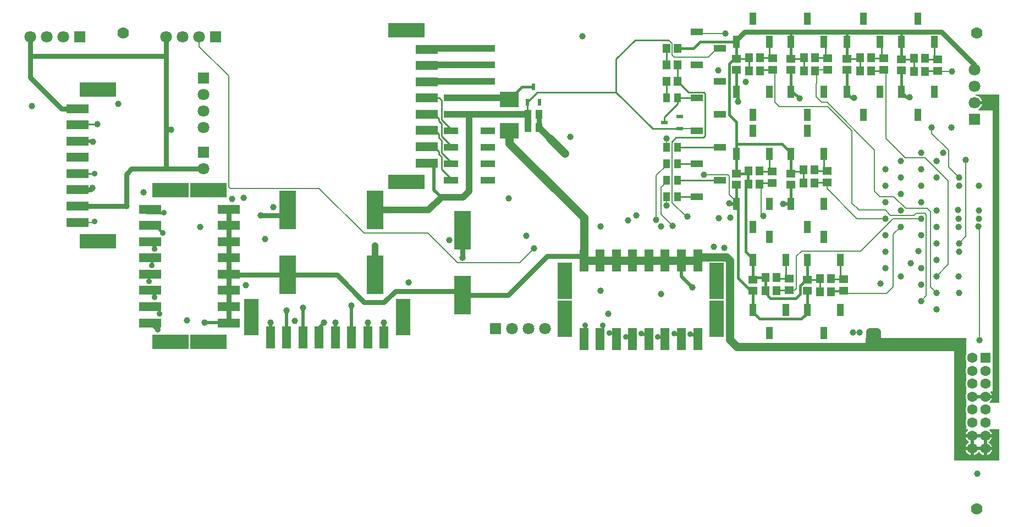
<source format=gtl>
G04*
G04 #@! TF.GenerationSoftware,Altium Limited,Altium Designer,18.0.12 (696)*
G04*
G04 Layer_Physical_Order=1*
G04 Layer_Color=255*
%FSLAX25Y25*%
%MOIN*%
G70*
G01*
G75*
%ADD12C,0.01000*%
%ADD14C,0.01500*%
%ADD16R,0.03937X0.02362*%
%ADD17R,0.02362X0.03937*%
%ADD18R,0.04000X0.07500*%
%ADD19R,0.07500X0.04000*%
%ADD20R,0.08750X0.04000*%
%ADD21R,0.04528X0.05512*%
%ADD22R,0.05512X0.04528*%
%ADD23R,0.04449X0.05591*%
%ADD24R,0.13386X0.05512*%
%ADD25R,0.22047X0.09055*%
%ADD26R,0.05512X0.13386*%
%ADD27R,0.09055X0.22047*%
%ADD28R,0.11811X0.09449*%
%ADD29R,0.05512X0.04724*%
%ADD30R,0.04724X0.05512*%
%ADD31R,0.10039X0.23425*%
%ADD56C,0.03937*%
%ADD57C,0.00500*%
%ADD58C,0.03000*%
%ADD59C,0.05000*%
%ADD60C,0.02000*%
%ADD61C,0.04000*%
%ADD62C,0.07087*%
%ADD63R,0.07087X0.07087*%
%ADD64R,0.07087X0.07087*%
%ADD65C,0.06299*%
%ADD66R,0.06299X0.06299*%
%ADD67C,0.07000*%
%ADD68C,0.03500*%
G36*
X712477Y135000D02*
Y128000D01*
X706552D01*
X706382Y128500D01*
X706827Y128841D01*
X707492Y129708D01*
X707910Y130718D01*
X707921Y130801D01*
X703867D01*
Y132801D01*
X707921D01*
X707910Y132884D01*
X707492Y133894D01*
X707027Y134500D01*
X707273Y135000D01*
X708200D01*
X708200Y305500D01*
X699815Y305500D01*
X699715Y306000D01*
X699791Y306031D01*
X700740Y306760D01*
X701469Y307709D01*
X701926Y308814D01*
X701951Y309000D01*
X697500D01*
Y311000D01*
X701951D01*
X701926Y311186D01*
X701469Y312291D01*
X700740Y313240D01*
X699791Y313969D01*
X698686Y314426D01*
X698127Y314500D01*
X698160Y315000D01*
X712477Y315000D01*
Y135000D01*
D02*
G37*
G36*
X692500Y167500D02*
Y157310D01*
X692145Y156454D01*
X692009Y155423D01*
X692145Y154392D01*
X692500Y153535D01*
Y149436D01*
X692145Y148580D01*
X692009Y147549D01*
X692145Y146518D01*
X692500Y145661D01*
Y141562D01*
X692145Y140706D01*
X692009Y139675D01*
X692145Y138644D01*
X692500Y137787D01*
Y133688D01*
X692145Y132832D01*
X692009Y131801D01*
X692145Y130770D01*
X692500Y129913D01*
X692500Y125814D01*
X692145Y124958D01*
X692009Y123927D01*
X692145Y122896D01*
X692500Y122039D01*
Y117940D01*
X692145Y117084D01*
X692009Y116053D01*
X692145Y115022D01*
X692500Y114165D01*
Y112000D01*
X693335D01*
X693505Y111500D01*
X693034Y111138D01*
X692369Y110272D01*
X691950Y109262D01*
X691939Y109179D01*
X695993D01*
Y107179D01*
X691939D01*
X691950Y107096D01*
X692369Y106086D01*
X693034Y105219D01*
X693900Y104554D01*
X694051Y104492D01*
Y103992D01*
X693900Y103929D01*
X693034Y103264D01*
X692369Y102398D01*
X691950Y101388D01*
X691939Y101305D01*
X695993D01*
Y100305D01*
X696993D01*
Y96251D01*
X697077Y96262D01*
X698086Y96680D01*
X698953Y97345D01*
X699618Y98212D01*
X699680Y98363D01*
X700180D01*
X700243Y98212D01*
X700908Y97345D01*
X701775Y96680D01*
X702784Y96262D01*
X702867Y96251D01*
Y100305D01*
X703867D01*
Y101305D01*
X707921D01*
X707910Y101388D01*
X707492Y102398D01*
X706827Y103264D01*
X705960Y103929D01*
X705809Y103992D01*
Y104492D01*
X705960Y104554D01*
X706827Y105219D01*
X707492Y106086D01*
X707910Y107096D01*
X707921Y107179D01*
X703867D01*
Y109179D01*
X707921D01*
X707910Y109262D01*
X707492Y110272D01*
X706827Y111138D01*
X706355Y111500D01*
X706525Y112000D01*
X712477D01*
Y93000D01*
X685083Y93000D01*
Y158706D01*
X685022Y159013D01*
X684848Y159274D01*
X684587Y159448D01*
X684280Y159509D01*
X631500D01*
X631500Y167500D01*
X692500Y167500D01*
D02*
G37*
%LPC*%
G36*
X707921Y99305D02*
X704867D01*
Y96251D01*
X704951Y96262D01*
X705960Y96680D01*
X706827Y97345D01*
X707492Y98212D01*
X707910Y99222D01*
X707921Y99305D01*
D02*
G37*
G36*
X694993D02*
X691939D01*
X691950Y99222D01*
X692369Y98212D01*
X693034Y97345D01*
X693900Y96680D01*
X694910Y96262D01*
X694993Y96251D01*
Y99305D01*
D02*
G37*
%LPD*%
D12*
X567654Y261355D02*
X574654D01*
X567098Y260800D02*
X567654Y261355D01*
X553000Y336693D02*
X559902D01*
X491600Y348200D02*
X512000D01*
X480003Y336603D02*
X491600Y348200D01*
X480003Y316497D02*
Y336603D01*
X432737Y316497D02*
X480003D01*
X432481D02*
X432737D01*
X634791Y329500D02*
X641791D01*
X601346Y330055D02*
X601600D01*
X426260Y310276D02*
X432481Y316497D01*
X502240Y294260D02*
X518724D01*
X480003Y316497D02*
X502240Y294260D01*
X514000Y286500D02*
X516500Y289000D01*
X533000D01*
X534175Y290175D01*
Y315538D01*
X533413Y316300D02*
X534175Y315538D01*
X524145Y316300D02*
X533413D01*
X517445Y323000D02*
X524145Y316300D01*
X163551Y237551D02*
X164000Y238000D01*
X163200Y237551D02*
X163551D01*
X660654Y332098D02*
Y337000D01*
Y329098D02*
Y332098D01*
X558654Y267146D02*
X559854Y268346D01*
X568700Y204000D02*
X570654D01*
X153598Y296606D02*
X153992Y297000D01*
X165700D01*
X153677Y267000D02*
X164000D01*
X641791Y329500D02*
X642346Y330055D01*
X660555Y329000D02*
X660654Y329098D01*
X660000Y336346D02*
X660654Y337000D01*
X653000Y336346D02*
X660000D01*
X627902Y329500D02*
X628000Y329598D01*
Y337500D01*
X627193Y336693D02*
X628000Y337500D01*
X620000Y336693D02*
X627193D01*
X593902Y329500D02*
X594000Y329598D01*
Y337500D01*
X593346Y336846D02*
X594000Y337500D01*
X586000Y336846D02*
X593346D01*
X560610Y329500D02*
X560709Y329598D01*
Y337500D01*
X559902Y336693D02*
X560709Y337500D01*
X592654Y268300D02*
X593555Y269202D01*
X593654Y269300D01*
X593555Y261300D02*
Y269202D01*
X586000Y267146D02*
X587154Y268300D01*
X592654D01*
X570555Y196000D02*
X570654Y196098D01*
X563000Y202846D02*
X564154Y204000D01*
X603000Y202846D02*
X603654Y203500D01*
X596000Y202846D02*
X603000D01*
X603654Y195598D02*
Y203500D01*
X603555Y195500D02*
X603654Y195598D01*
X610445Y195500D02*
X611000Y196055D01*
X618000D01*
X583000Y205445D02*
X585000Y203445D01*
X583000Y205445D02*
Y214646D01*
X610346Y203500D02*
X610902Y202945D01*
X618000D01*
X616000Y204945D02*
X618000Y202945D01*
X616000Y204945D02*
Y214646D01*
X606000Y270745D02*
X608000Y268745D01*
X606000Y270745D02*
Y278946D01*
X573000Y269898D02*
X574654Y268245D01*
X573000Y269898D02*
Y278946D01*
X600693Y337500D02*
X607791D01*
X608346Y336945D01*
X607000Y338291D02*
X607791Y337500D01*
X607000Y338291D02*
Y346198D01*
X606052Y347146D02*
X607000Y346198D01*
X574500Y337500D02*
X575055Y336945D01*
X573052Y338948D02*
X574500Y337500D01*
X573052Y338948D02*
Y347146D01*
X667346Y337000D02*
X667902Y336445D01*
X675000D01*
X673000Y338445D02*
X675000Y336445D01*
X673000Y338445D02*
Y347146D01*
X640052D02*
X641000Y346198D01*
Y338291D02*
Y346198D01*
Y338291D02*
X642346Y336945D01*
X634693Y337500D02*
X635248Y336945D01*
X642346D01*
X517445Y323000D02*
Y333000D01*
X527865Y294260D02*
X529125Y293000D01*
X517484Y309484D02*
Y313000D01*
X509276Y301276D02*
X517484Y309484D01*
X509276Y298000D02*
Y301276D01*
X577445Y196000D02*
X578000Y196555D01*
X585000D01*
X577346Y204000D02*
X577902Y203445D01*
X585000D01*
X600445Y261300D02*
X601000Y261855D01*
X608000D01*
X600346Y269300D02*
X600902Y268745D01*
X608000D01*
X567000Y268800D02*
X567555Y268245D01*
X574654D01*
X667445Y329000D02*
X668000Y329555D01*
X675000D01*
X600791Y329500D02*
X601346Y330055D01*
X567500Y329500D02*
X568055Y330055D01*
X575055D01*
X567402Y337500D02*
X574500D01*
X575055Y336945D02*
X576163Y338052D01*
X608346Y336945D02*
X609454Y338052D01*
X153598Y267079D02*
X153677Y267000D01*
X426260Y303256D02*
Y310276D01*
X517484Y313000D02*
X529125D01*
X510555Y333000D02*
Y343000D01*
X510516Y313000D02*
Y322961D01*
X510555Y323000D01*
X517484Y283000D02*
X543125D01*
X517484Y273000D02*
X529125D01*
X517484Y263000D02*
X543125D01*
X517484Y253000D02*
X529125D01*
X365402Y312921D02*
X372921D01*
X374325Y311518D01*
X380000Y293000D02*
Y294112D01*
X374325Y299787D02*
Y311518D01*
Y299787D02*
X380000Y294112D01*
X365402Y303079D02*
X369921D01*
X372525Y300475D01*
Y299041D02*
Y300475D01*
Y299041D02*
X374325Y297241D01*
X380000Y283000D02*
Y284000D01*
X374325Y289675D02*
Y297241D01*
Y289675D02*
X380000Y284000D01*
Y273000D02*
Y274000D01*
X372525Y288929D02*
Y291000D01*
Y288929D02*
X374325Y287129D01*
X370289Y293236D02*
X372525Y291000D01*
X365402Y293236D02*
X370289D01*
X374325Y279675D02*
Y287129D01*
Y279675D02*
X380000Y274000D01*
X365402Y283394D02*
X369606D01*
X372525Y280475D01*
Y278929D02*
Y280475D01*
Y278929D02*
X374325Y277129D01*
Y269675D02*
Y277129D01*
Y269675D02*
X380000Y264000D01*
Y263000D02*
Y264000D01*
D14*
X195650Y243500D02*
X206000D01*
X620052Y347146D02*
Y353148D01*
X551645Y336745D02*
X553000D01*
X559900Y260491D02*
Y268300D01*
X553000Y248654D02*
Y259600D01*
X554100Y247554D02*
Y248754D01*
X573700Y191500D02*
X589000D01*
X570555Y194645D02*
X573700Y191500D01*
X553000Y259600D02*
Y260454D01*
X554100Y203600D02*
Y247554D01*
X558700Y259291D02*
Y260100D01*
Y219700D02*
Y258900D01*
X553000Y284900D02*
Y298300D01*
X561546Y196154D02*
X563000D01*
X554100Y203600D02*
X561546Y196154D01*
X527000Y343000D02*
X531093Y347093D01*
X553000D01*
X517445Y343000D02*
X527000D01*
X415500Y312067D02*
X423157Y319724D01*
X430000D01*
X548694Y302606D02*
X553000Y298300D01*
Y267146D02*
Y278946D01*
X596000Y182400D02*
Y184354D01*
X592500Y178900D02*
X596000Y182400D01*
X567000Y178900D02*
X592500D01*
X563000Y182900D02*
X567000Y178900D01*
X563000Y182900D02*
Y184354D01*
X553000Y248654D02*
X554100Y247554D01*
X570555Y194645D02*
Y196000D01*
X589000Y191500D02*
X591694Y194194D01*
Y199158D01*
X595383Y202846D01*
X596000D01*
X563000D02*
Y214646D01*
X558700Y219700D02*
X563000Y215400D01*
Y214646D02*
Y215400D01*
X558700Y258900D02*
Y259291D01*
X553000Y278946D02*
Y284900D01*
X586000Y278946D02*
Y279700D01*
X580800Y284900D02*
X586000Y279700D01*
X553000Y284900D02*
X580800D01*
X586052Y353148D02*
X586100Y353196D01*
X653000Y348800D02*
Y353096D01*
X652900Y353196D02*
X653000Y353096D01*
X620052Y353148D02*
X620100Y353196D01*
X620052Y315948D02*
Y316854D01*
X622800Y313200D02*
X624400D01*
X620052Y315948D02*
X622800Y313200D01*
X587146Y316854D02*
X591200Y312800D01*
X586052Y316854D02*
X587146D01*
X586052D02*
Y330101D01*
X548694Y302606D02*
Y333794D01*
X552383Y336693D02*
X553000D01*
X548694Y333794D02*
X551645Y336745D01*
X553000D02*
Y347093D01*
X553052Y347146D01*
X570654Y196098D02*
Y204000D01*
X553000Y267146D02*
X558654D01*
X563000Y184354D02*
Y196154D01*
X653000Y316854D02*
Y329654D01*
X197000Y201700D02*
Y202480D01*
X200400Y192000D02*
Y193435D01*
X198524Y211500D02*
Y214996D01*
X197598Y176551D02*
X201650Y172500D01*
X202500D01*
X197598Y196236D02*
X200400Y193435D01*
X197598Y215921D02*
X198524Y214996D01*
X197598Y235606D02*
X200894D01*
X205500Y231000D01*
X197598Y225764D02*
X200500Y222862D01*
Y221500D02*
Y222862D01*
X486000Y168000D02*
X488740D01*
X526493Y169617D02*
X529512Y166598D01*
X524975Y169617D02*
X526493D01*
X516268Y170000D02*
X519669Y166598D01*
X515500Y170000D02*
X516268D01*
X508425Y168000D02*
X509827Y166598D01*
X505500Y168000D02*
X508425D01*
X496583Y170000D02*
X499984Y166598D01*
X495500Y170000D02*
X496583D01*
X488740Y168000D02*
X490142Y166598D01*
X476000Y170500D02*
X479000D01*
Y167898D02*
Y170500D01*
Y167898D02*
X480299Y166598D01*
X472000Y168142D02*
Y175000D01*
X470457Y166598D02*
X472000Y168142D01*
X461500Y167484D02*
Y175000D01*
X460614Y166598D02*
X461500Y167484D01*
X564154Y204000D02*
X568700D01*
X596000Y202846D02*
Y214646D01*
X586000Y248654D02*
Y260454D01*
Y336846D02*
Y347093D01*
X653000Y336346D02*
Y347146D01*
X620000Y316907D02*
X620052Y316854D01*
X620000Y316907D02*
Y330000D01*
Y336693D02*
X620052Y336745D01*
Y347146D01*
X586000Y347093D02*
X586052Y347146D01*
X586000Y330154D02*
X586052Y330101D01*
X553000Y316907D02*
X553052Y316854D01*
X553000Y316907D02*
Y330000D01*
X596000Y184354D02*
Y196154D01*
X586000Y267146D02*
Y278946D01*
X459906Y166598D02*
X460614D01*
X195551Y176551D02*
X197598D01*
X559900Y258900D02*
Y260491D01*
X558700Y259291D02*
X559900Y260491D01*
X560209Y260800D01*
X586052Y347146D02*
Y352200D01*
Y353148D01*
D16*
X509276Y298000D02*
D03*
X518724Y301740D02*
D03*
Y294260D02*
D03*
D17*
X430000Y319724D02*
D03*
X433740Y310276D02*
D03*
X426260D02*
D03*
D18*
X553052Y347146D02*
D03*
X573052D02*
D03*
X563052Y361146D02*
D03*
Y302854D02*
D03*
X553052Y316854D02*
D03*
X573052D02*
D03*
X586052Y347146D02*
D03*
X606052D02*
D03*
X596052Y361146D02*
D03*
Y302854D02*
D03*
X586052Y316854D02*
D03*
X606052D02*
D03*
X620052Y347146D02*
D03*
X640052D02*
D03*
X630052Y361146D02*
D03*
Y302854D02*
D03*
X620052Y316854D02*
D03*
X640052D02*
D03*
X653000Y347146D02*
D03*
X673000D02*
D03*
X663000Y361146D02*
D03*
Y302854D02*
D03*
X653000Y316854D02*
D03*
X673000D02*
D03*
X553000Y278946D02*
D03*
X573000D02*
D03*
X563000Y292946D02*
D03*
Y234654D02*
D03*
X553000Y248654D02*
D03*
X573000D02*
D03*
X586000Y278946D02*
D03*
X606000D02*
D03*
X596000Y292946D02*
D03*
Y234654D02*
D03*
X586000Y248654D02*
D03*
X606000D02*
D03*
X563000Y214646D02*
D03*
X583000D02*
D03*
X573000Y228646D02*
D03*
Y170354D02*
D03*
X563000Y184354D02*
D03*
X583000D02*
D03*
X596000Y214646D02*
D03*
X616000D02*
D03*
X606000Y228646D02*
D03*
Y170354D02*
D03*
X596000Y184354D02*
D03*
X616000D02*
D03*
D19*
X529125Y253000D02*
D03*
X543125Y263000D02*
D03*
X529125Y273000D02*
D03*
X543125Y283000D02*
D03*
X529125Y293000D02*
D03*
X543125Y303000D02*
D03*
X529125Y313000D02*
D03*
X543125Y323000D02*
D03*
X529125Y333000D02*
D03*
X543125Y343000D02*
D03*
X529125Y353000D02*
D03*
D20*
X380000Y263000D02*
D03*
Y343000D02*
D03*
X402250D02*
D03*
X380000Y333000D02*
D03*
X402250D02*
D03*
X380000Y323000D02*
D03*
X402250D02*
D03*
X380000Y313000D02*
D03*
X402250D02*
D03*
X380000Y303000D02*
D03*
X402250D02*
D03*
X380000Y293000D02*
D03*
X402250D02*
D03*
X380000Y283000D02*
D03*
X402250D02*
D03*
X380000Y273000D02*
D03*
X402250D02*
D03*
Y263000D02*
D03*
D21*
X560610Y329500D02*
D03*
X567500D02*
D03*
X593902D02*
D03*
X600791D02*
D03*
X627902D02*
D03*
X634791D02*
D03*
X517445Y343000D02*
D03*
X510555D02*
D03*
Y333000D02*
D03*
X517445D02*
D03*
Y323000D02*
D03*
X510555D02*
D03*
X560209Y260800D02*
D03*
X567098D02*
D03*
X660555Y329000D02*
D03*
X667445D02*
D03*
X593555Y261300D02*
D03*
X600445D02*
D03*
X570555Y196000D02*
D03*
X577445D02*
D03*
X603555Y195500D02*
D03*
X610445D02*
D03*
D22*
X575055Y330055D02*
D03*
Y336945D02*
D03*
X608346Y330055D02*
D03*
Y336945D02*
D03*
X642346Y330055D02*
D03*
Y336945D02*
D03*
X574654Y261355D02*
D03*
Y268245D02*
D03*
X675000Y329555D02*
D03*
Y336445D02*
D03*
X608000Y261855D02*
D03*
Y268745D02*
D03*
X585000Y196555D02*
D03*
Y203445D02*
D03*
X618000Y196055D02*
D03*
Y202945D02*
D03*
D23*
X433484Y295000D02*
D03*
X426516D02*
D03*
Y303000D02*
D03*
X433484D02*
D03*
X510516Y253000D02*
D03*
X517484D02*
D03*
X510516Y263000D02*
D03*
X517484D02*
D03*
X510516Y273000D02*
D03*
X517484D02*
D03*
X510516Y283000D02*
D03*
X517484D02*
D03*
Y313000D02*
D03*
X510516D02*
D03*
D24*
X365402Y273551D02*
D03*
Y283394D02*
D03*
Y293236D02*
D03*
Y303079D02*
D03*
Y312921D02*
D03*
Y322764D02*
D03*
Y332606D02*
D03*
Y342449D02*
D03*
X153598Y306449D02*
D03*
Y296606D02*
D03*
Y286764D02*
D03*
Y276921D02*
D03*
Y267079D02*
D03*
Y257236D02*
D03*
Y247394D02*
D03*
Y237551D02*
D03*
X245402Y176551D02*
D03*
Y186394D02*
D03*
Y196236D02*
D03*
Y206079D02*
D03*
Y215921D02*
D03*
Y225764D02*
D03*
Y235606D02*
D03*
Y245449D02*
D03*
X197598D02*
D03*
Y235606D02*
D03*
Y225764D02*
D03*
Y215921D02*
D03*
Y206079D02*
D03*
Y196236D02*
D03*
Y186394D02*
D03*
Y176551D02*
D03*
D25*
X353000Y261937D02*
D03*
Y354063D02*
D03*
X166000Y318063D02*
D03*
Y225937D02*
D03*
X233000Y164937D02*
D03*
Y257063D02*
D03*
X210000D02*
D03*
Y164937D02*
D03*
D26*
X270551Y167598D02*
D03*
X280394D02*
D03*
X290236D02*
D03*
X300079D02*
D03*
X309921D02*
D03*
X319764D02*
D03*
X329606D02*
D03*
X339449D02*
D03*
X529512Y214402D02*
D03*
X519669D02*
D03*
X509827D02*
D03*
X499984D02*
D03*
X490142D02*
D03*
X480299D02*
D03*
X470457D02*
D03*
X460614D02*
D03*
Y166598D02*
D03*
X470457D02*
D03*
X480299D02*
D03*
X490142D02*
D03*
X499984D02*
D03*
X509827D02*
D03*
X519669D02*
D03*
X529512D02*
D03*
D27*
X258937Y180000D02*
D03*
X351063D02*
D03*
X541126Y202000D02*
D03*
X449000D02*
D03*
Y179000D02*
D03*
X541126D02*
D03*
D28*
X415500Y312067D02*
D03*
Y292933D02*
D03*
D29*
X553000Y336693D02*
D03*
Y330000D02*
D03*
X586000Y336846D02*
D03*
Y330154D02*
D03*
X620000Y336693D02*
D03*
Y330000D02*
D03*
X653000Y336346D02*
D03*
Y329654D02*
D03*
X553000Y267146D02*
D03*
Y260454D02*
D03*
X586000Y267146D02*
D03*
Y260454D02*
D03*
X563000Y202846D02*
D03*
Y196154D02*
D03*
X596000Y202846D02*
D03*
Y196154D02*
D03*
D30*
X560709Y337500D02*
D03*
X567402D02*
D03*
X594000D02*
D03*
X600693D02*
D03*
X628000D02*
D03*
X634693D02*
D03*
X660654Y337000D02*
D03*
X667346D02*
D03*
X560307Y268800D02*
D03*
X567000D02*
D03*
X593654Y269300D02*
D03*
X600346D02*
D03*
X570654Y204000D02*
D03*
X577346D02*
D03*
X603654Y203500D02*
D03*
X610346D02*
D03*
D31*
X387000Y193315D02*
D03*
Y232685D02*
D03*
X334000Y205630D02*
D03*
Y245000D02*
D03*
X281000Y205630D02*
D03*
Y245000D02*
D03*
D56*
X699000Y85000D02*
D03*
X459600Y350500D02*
D03*
X126000Y308000D02*
D03*
X272300Y246600D02*
D03*
X545700Y222000D02*
D03*
X643270Y259864D02*
D03*
X627800Y170700D02*
D03*
X623800D02*
D03*
X643270Y219864D02*
D03*
X569400Y241400D02*
D03*
X255700Y199300D02*
D03*
X354200Y200900D02*
D03*
X475500Y182100D02*
D03*
X687600Y204864D02*
D03*
X640338Y200364D02*
D03*
X533300Y266500D02*
D03*
X220100Y178200D02*
D03*
X549300Y240300D02*
D03*
X674191Y244864D02*
D03*
X700300Y166200D02*
D03*
X674191Y184864D02*
D03*
X687864Y219864D02*
D03*
Y194864D02*
D03*
X687636Y234864D02*
D03*
Y239864D02*
D03*
X687500Y245000D02*
D03*
X687864Y224864D02*
D03*
X699600Y234900D02*
D03*
X285400Y177800D02*
D03*
X339400Y176751D02*
D03*
X542300Y239900D02*
D03*
X683400Y295000D02*
D03*
X581446Y248654D02*
D03*
X548800Y249100D02*
D03*
X539300Y222700D02*
D03*
X657900Y313500D02*
D03*
X624400Y313200D02*
D03*
X591200Y312800D02*
D03*
X553900Y310800D02*
D03*
X674191Y224864D02*
D03*
Y234864D02*
D03*
X507284Y235084D02*
D03*
X504400Y239000D02*
D03*
X487200Y238600D02*
D03*
X663500Y220200D02*
D03*
X674400Y214600D02*
D03*
X664923Y209864D02*
D03*
X658800Y212700D02*
D03*
X674191Y274864D02*
D03*
X678400Y279864D02*
D03*
X664923D02*
D03*
X671500Y294900D02*
D03*
X415000Y252100D02*
D03*
X452200Y289300D02*
D03*
X430500Y221600D02*
D03*
X425700Y229300D02*
D03*
X378900Y226800D02*
D03*
X227900Y234600D02*
D03*
X264800Y241600D02*
D03*
X193600Y255600D02*
D03*
X183306Y247394D02*
D03*
X526500Y198000D02*
D03*
X449000Y279500D02*
D03*
X638000Y171000D02*
D03*
X634000D02*
D03*
X507500Y194000D02*
D03*
X470700Y196100D02*
D03*
X387000Y216000D02*
D03*
X388500Y313000D02*
D03*
X334000Y223500D02*
D03*
X163000Y286500D02*
D03*
X165700Y297000D02*
D03*
X546500Y352000D02*
D03*
X162800Y258500D02*
D03*
X230600Y176600D02*
D03*
X270600Y176800D02*
D03*
X309921D02*
D03*
X470700Y235100D02*
D03*
X290236Y185719D02*
D03*
X542000Y329800D02*
D03*
X514200Y235500D02*
D03*
X683600Y329000D02*
D03*
X510516Y288300D02*
D03*
Y247700D02*
D03*
X523236Y240900D02*
D03*
X329606Y176800D02*
D03*
X319764Y187081D02*
D03*
X303131Y176600D02*
D03*
X280394Y184000D02*
D03*
X492200Y241700D02*
D03*
X254400Y252300D02*
D03*
X267500Y227300D02*
D03*
X558600Y322800D02*
D03*
X692000Y275400D02*
D03*
X247500Y251800D02*
D03*
X664923Y269864D02*
D03*
X674191Y264864D02*
D03*
X664923Y259864D02*
D03*
Y249864D02*
D03*
Y239864D02*
D03*
Y229864D02*
D03*
X674191Y204864D02*
D03*
X664923Y199864D02*
D03*
X674191Y194864D02*
D03*
X664923Y189864D02*
D03*
X652537Y274864D02*
D03*
X643270Y269864D02*
D03*
X652537Y264864D02*
D03*
Y254864D02*
D03*
X643270Y249864D02*
D03*
X652537Y244864D02*
D03*
X643270Y239864D02*
D03*
X652537Y234864D02*
D03*
X643270Y229864D02*
D03*
Y209864D02*
D03*
X652537Y204864D02*
D03*
X687864Y264864D02*
D03*
Y259864D02*
D03*
X699864Y244864D02*
D03*
X700136Y259864D02*
D03*
X699864Y239864D02*
D03*
X210400Y293800D02*
D03*
X178500Y309400D02*
D03*
D57*
X195650Y243500D02*
Y245449D01*
X203200Y182000D02*
Y186394D01*
X610445Y195500D02*
X620000D01*
X426516Y303000D02*
Y310276D01*
X620000Y351200D02*
X620800Y352000D01*
X620000Y336693D02*
Y348800D01*
X586000Y347093D02*
Y348800D01*
X559854Y268346D02*
X559900Y268300D01*
X558700Y260100D02*
X560307Y261707D01*
X570654Y194645D02*
Y196098D01*
X568000Y241200D02*
Y258300D01*
X667445Y329000D02*
X683600D01*
X576200Y310400D02*
Y330055D01*
X586052Y330101D02*
Y330200D01*
X552146Y260454D02*
X553000Y259600D01*
X548600Y254254D02*
X554100Y248754D01*
X245200Y259200D02*
Y326400D01*
X227500Y344100D02*
X245200Y326400D01*
X227500Y344100D02*
Y350000D01*
X568200Y241400D02*
X569400D01*
X568000Y241200D02*
X568200Y241400D01*
X255700Y199300D02*
X256000D01*
X245200Y259200D02*
X246400Y258000D01*
X300100D01*
X327200Y230900D01*
X366000D01*
X384000Y212900D01*
X421800D01*
X430500Y221600D01*
X533300Y266500D02*
X547700D01*
X548600Y265600D01*
Y254254D02*
Y265600D01*
X560307Y261707D02*
Y268800D01*
X620000Y348800D02*
Y351200D01*
X620800Y352000D02*
X623200D01*
X568000Y258300D02*
Y258698D01*
X567098Y259600D02*
X568000Y258698D01*
X608000Y258000D02*
X626136Y239864D01*
X608000Y258000D02*
Y261855D01*
X586000Y260454D02*
Y260500D01*
X300079Y167598D02*
Y173547D01*
X510516Y262116D02*
Y263000D01*
X507200Y258800D02*
X510516Y262116D01*
X507200Y242500D02*
Y258800D01*
X510516Y272116D02*
Y273000D01*
X504400Y266000D02*
X510516Y272116D01*
X504400Y239000D02*
Y266000D01*
X700300Y166200D02*
Y234200D01*
X692000Y229000D02*
Y275400D01*
X681400Y212073D02*
Y262600D01*
X687864Y224864D02*
X692000Y229000D01*
X699600Y234900D02*
X700300Y234200D01*
X339400Y176751D02*
X339449Y176702D01*
X589400Y352200D02*
X589800Y352600D01*
X589400Y352200D02*
X597400D01*
X549100Y333410D02*
X552383Y336693D01*
X597400Y352200D02*
X597800Y352600D01*
X623200Y352000D02*
X649800D01*
X589800Y352600D02*
X597800D01*
X567098Y259600D02*
Y260800D01*
X620000Y194555D02*
Y195500D01*
Y194555D02*
X644155D01*
X608500Y307700D02*
X623000Y293200D01*
X578900Y307700D02*
X608500D01*
X670800Y198255D02*
Y244100D01*
X668000Y192941D02*
Y242100D01*
X642346Y330055D02*
X643800Y328602D01*
Y288400D02*
Y328602D01*
Y288400D02*
X655400Y276800D01*
X592600Y220200D02*
X628300D01*
X589400Y197500D02*
Y217000D01*
X592600Y220200D01*
X426516Y310276D02*
X432737Y316497D01*
X384800Y303000D02*
X386200Y301600D01*
X536100Y337700D02*
X541400Y343000D01*
X515500Y337700D02*
X536100D01*
X541400Y343000D02*
X543125D01*
X514100Y339100D02*
X515500Y337700D01*
X667200Y276800D02*
X681400Y262600D01*
X671500Y291400D02*
X681600Y281300D01*
Y271128D02*
Y281300D01*
X671500Y291400D02*
Y294900D01*
X601593Y329490D02*
X601600Y330055D01*
X430000Y319700D02*
Y319724D01*
X514100Y339100D02*
Y346100D01*
X512000Y348200D02*
X514100Y346100D01*
X197598Y186394D02*
X203200D01*
X195650Y245449D02*
X197598D01*
X601593Y329490D02*
Y329490D01*
X526469Y198000D02*
X526500D01*
X514000Y249500D02*
Y286500D01*
X153598Y237551D02*
X163200D01*
X163000Y286500D02*
Y286764D01*
X153598Y267079D02*
X163700D01*
X660555Y332000D02*
X660654Y332098D01*
X530125Y352000D02*
X546500D01*
X529125Y353000D02*
X530125Y352000D01*
X660555Y329000D02*
Y332000D01*
X644155Y194555D02*
X648000Y198400D01*
Y230327D01*
X652537Y234864D01*
X270551Y176751D02*
X270600Y176800D01*
X597800Y352600D02*
X616200D01*
X674191Y204864D02*
X681400Y212073D01*
X655400Y276800D02*
X667200D01*
X620052Y316854D02*
Y316900D01*
X507200Y242500D02*
X514200Y235500D01*
X553052Y316854D02*
Y316900D01*
X664923Y189864D02*
X668000Y192941D01*
X667200Y242900D02*
X668000Y242100D01*
X661900Y242900D02*
X667200D01*
X660800Y241800D02*
X661900Y242900D01*
X646400Y241800D02*
X660800D01*
X643300Y244900D02*
X646400Y241800D01*
X627200Y244900D02*
X643300D01*
X623000Y249100D02*
X627200Y244900D01*
X623000Y249100D02*
Y293200D01*
X576200Y310400D02*
X578900Y307700D01*
X575055Y330055D02*
X576200D01*
X670800Y198255D02*
X674191Y194864D01*
X668800Y246100D02*
X670800Y244100D01*
X655600Y246100D02*
X668800D01*
X648500Y253200D02*
X655600Y246100D01*
X640000Y253200D02*
X648500D01*
X636800Y256400D02*
X640000Y253200D01*
X636800Y256400D02*
Y281500D01*
X607900Y310400D02*
X636800Y281500D01*
X604600Y310400D02*
X607900D01*
X601400Y313600D02*
X604600Y310400D01*
X601600Y330055D02*
X608346D01*
X558700Y258900D02*
X559900D01*
X681600Y271128D02*
X687864Y264864D01*
X378800Y313000D02*
X380000D01*
X510516Y283000D02*
Y288300D01*
Y247700D02*
Y253000D01*
X522600Y240900D02*
X523236D01*
X514000Y249500D02*
X522600Y240900D01*
X647964Y239864D02*
X664923D01*
X628300Y220200D02*
X647964Y239864D01*
X588455Y196555D02*
X589400Y197500D01*
X585000Y196555D02*
X588455D01*
X626136Y239864D02*
X643270D01*
X552146Y260454D02*
X553000D01*
X601400Y313600D02*
X601593Y329490D01*
X653000Y347146D02*
Y348800D01*
X518724Y294260D02*
X527865D01*
X564109Y352200D02*
X586052D01*
X589400D01*
D58*
X553000Y347093D02*
Y348200D01*
X207500Y293900D02*
Y350000D01*
X136500Y338500D02*
X196000D01*
X125000Y325500D02*
Y350000D01*
X186500Y270000D02*
X230000D01*
X207500Y287500D02*
Y293900D01*
X384515Y195800D02*
X387000Y193315D01*
X346300Y195800D02*
X384515D01*
X339500Y189000D02*
X346300Y195800D01*
X438400Y217000D02*
X458016D01*
X414715Y193315D02*
X438400Y217000D01*
X387000Y193315D02*
X414715D01*
X207500Y287500D02*
Y291100D01*
Y270100D02*
Y287500D01*
Y270100D02*
X207600Y270000D01*
X196000Y338500D02*
X207300D01*
X193900D02*
X196000D01*
X207300D02*
X207500Y338300D01*
X125200Y338500D02*
X136500D01*
X140100D01*
X125000Y338300D02*
X125200Y338500D01*
X677304Y353196D02*
X697500Y333000D01*
X652900Y353196D02*
X677304D01*
X697500Y330000D02*
Y333000D01*
X586100Y353196D02*
X620100D01*
X557996D02*
X586100D01*
X620100D02*
X652900D01*
X553000Y348200D02*
X557996Y353196D01*
X264800Y241600D02*
X277600D01*
X281000Y245000D01*
X183306Y247394D02*
Y266806D01*
X186500Y270000D01*
X153598Y247394D02*
X183306D01*
X433484Y295000D02*
Y303000D01*
X387000Y216000D02*
Y232685D01*
X327500Y189000D02*
X339500D01*
X310870Y205630D02*
X327500Y189000D01*
X281000Y205630D02*
X310870D01*
X144051Y306449D02*
X153598D01*
X125000Y325500D02*
X144051Y306449D01*
X161536Y257236D02*
X162800Y258500D01*
X153598Y257236D02*
X161536D01*
X458016Y217000D02*
X460614Y214402D01*
X245850Y205630D02*
X281000D01*
X245402Y206079D02*
X245850Y205630D01*
X245402Y235606D02*
Y245449D01*
Y225764D02*
Y235606D01*
Y215921D02*
Y225764D01*
Y206079D02*
Y215921D01*
Y196236D02*
Y206079D01*
Y186394D02*
Y196236D01*
Y176551D02*
Y186394D01*
D59*
X638000Y164000D02*
Y171000D01*
X634000Y164000D02*
Y171000D01*
X531434Y216324D02*
X547020D01*
X440000Y288500D02*
X449000Y279500D01*
X548954Y166540D02*
Y214391D01*
Y166540D02*
X553500Y161993D01*
X547020Y216324D02*
X548954Y214391D01*
X635500Y162731D02*
X636731D01*
X634000Y164000D02*
X638000D01*
X553500Y161993D02*
X635500D01*
X415500Y285500D02*
Y292933D01*
Y285500D02*
X460614Y240386D01*
Y214402D02*
Y240386D01*
X509827Y214402D02*
X519669D01*
X499984D02*
X509827D01*
X490142D02*
X499984D01*
X480299D02*
X490142D01*
X470457D02*
X480299D01*
X460614D02*
X470457D01*
X519669D02*
X529512D01*
X531434Y216324D01*
X636731Y162731D02*
X638000Y164000D01*
X634000Y163500D02*
Y164000D01*
Y171000D02*
X638000D01*
D60*
X153598Y286764D02*
X163000D01*
X369800Y257100D02*
Y273000D01*
X369600Y274100D02*
X369800Y273900D01*
Y257100D02*
X374200Y252700D01*
X300079Y173547D02*
X303131Y176600D01*
X339449Y167598D02*
Y176702D01*
X581446Y248654D02*
X586000D01*
X549246D02*
X553000D01*
X548800Y249100D02*
X549246Y248654D01*
X653000Y316500D02*
Y316854D01*
Y316300D02*
Y316500D01*
X656000Y313500D02*
X657900D01*
X653000Y316500D02*
X656000Y313500D01*
X553052Y316854D02*
X553900Y316007D01*
Y310800D02*
Y316007D01*
X586052Y316548D02*
Y316854D01*
X519669Y204800D02*
X526469Y198000D01*
X365402Y273551D02*
X365824Y273129D01*
Y245676D02*
X366500Y245000D01*
X230600Y176600D02*
X245353D01*
X245402Y176551D01*
X695993Y131801D02*
X703867D01*
X270551Y167598D02*
Y176751D01*
X309921Y167598D02*
Y176800D01*
X290236Y167598D02*
Y185719D01*
X519669Y204800D02*
Y214402D01*
X329606Y167598D02*
Y176800D01*
X319764Y167598D02*
Y187081D01*
X280394Y167598D02*
Y184000D01*
X695993Y100305D02*
Y108179D01*
Y100305D02*
X703867D01*
Y108179D01*
X695993D02*
X703867D01*
X207600Y293800D02*
X210400D01*
X207500Y293900D02*
X207600Y293800D01*
D61*
X391125Y256325D02*
Y303000D01*
X387500Y252700D02*
X391125Y256325D01*
X374200Y252700D02*
X387500D01*
X366500Y245000D02*
X374200Y252700D01*
X402250Y313000D02*
X414567D01*
X415500Y312067D01*
X433484Y295000D02*
X433500D01*
X440000Y288500D01*
X426516Y295000D02*
Y303000D01*
X402250D02*
X426516D01*
X426260Y303256D02*
X426516Y303000D01*
X388500Y313000D02*
X402250D01*
X380000D02*
X388500D01*
X334000Y205630D02*
Y223500D01*
Y245000D02*
X366500D01*
X391125Y303000D02*
X402250D01*
X384800D02*
X391125D01*
X380000D02*
X384800D01*
X365953Y343000D02*
X380000D01*
X365402Y342449D02*
X365953Y343000D01*
X380000D02*
X402250D01*
X380000Y333000D02*
X402250D01*
X365795D02*
X380000D01*
X365402Y332606D02*
X365795Y333000D01*
X380000Y323000D02*
X402250D01*
X365638D02*
X380000D01*
X365402Y322764D02*
X365638Y323000D01*
D62*
X437000Y173000D02*
D03*
X417000D02*
D03*
X427000D02*
D03*
X697500Y330000D02*
D03*
Y310000D02*
D03*
Y320000D02*
D03*
X207500Y350000D02*
D03*
X227500D02*
D03*
X217500D02*
D03*
X230000Y295000D02*
D03*
Y315000D02*
D03*
Y305000D02*
D03*
X125000Y350000D02*
D03*
X145000D02*
D03*
X135000D02*
D03*
X230000Y270000D02*
D03*
D63*
X407000Y173000D02*
D03*
X237500Y350000D02*
D03*
X155000D02*
D03*
D64*
X697500Y300000D02*
D03*
X230000Y325000D02*
D03*
Y280000D02*
D03*
D65*
X695993Y155423D02*
D03*
X703867Y123927D02*
D03*
X695993Y147549D02*
D03*
X703867D02*
D03*
X695993Y139675D02*
D03*
X703867D02*
D03*
X695993Y131801D02*
D03*
X703867D02*
D03*
X695993Y123927D02*
D03*
X703867Y116053D02*
D03*
X695993D02*
D03*
X703867Y108179D02*
D03*
X695993D02*
D03*
X703867Y100305D02*
D03*
X695993D02*
D03*
D66*
X703867Y155423D02*
D03*
D67*
X698780Y63849D02*
D03*
Y352364D02*
D03*
X181230D02*
D03*
D68*
X197000Y201700D02*
D03*
X200400Y192000D02*
D03*
X203200Y182000D02*
D03*
X198524Y211500D02*
D03*
X200500Y221500D02*
D03*
X205500Y231000D02*
D03*
X206000Y243500D02*
D03*
X202500Y172500D02*
D03*
X486000Y168000D02*
D03*
X476000Y170500D02*
D03*
X472000Y175000D02*
D03*
X461500D02*
D03*
X495500Y170000D02*
D03*
X505500Y168000D02*
D03*
X515500Y170000D02*
D03*
X524975Y169617D02*
D03*
X164000Y238000D02*
D03*
Y267000D02*
D03*
M02*

</source>
